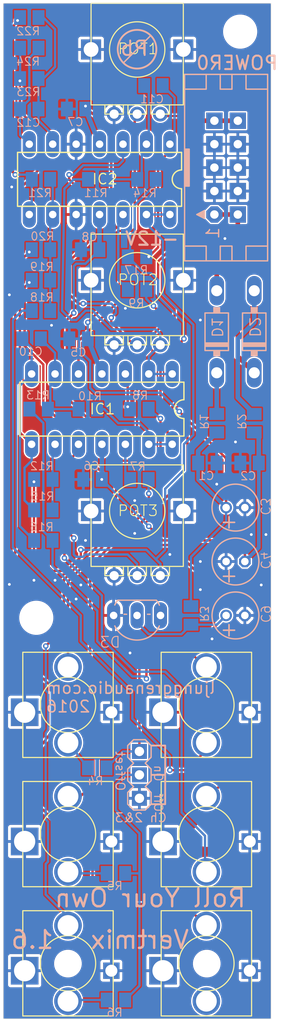
<source format=kicad_pcb>
(kicad_pcb (version 20240108) (generator "pcbnew") (generator_version "8.0")
  (layers (0 "F.Cu" signal) (31 "B.Cu" signal) (34 "B.Paste" user) (35 "F.Paste" user) (36 "B.SilkS" user "B.Silkscreen") (37 "F.SilkS" user "F.Silkscreen") (38 "B.Mask" user) (39 "F.Mask" user) (44 "Edge.Cuts" user))
  (net 0 "")
  (net 1 "N$1")
  (net 2 "N$2")
  (net 3 "+12V")
  (net 4 "-12V")
  (net 5 "0V")
  (net 6 "N$7")
  (net 7 "N$12")
  (net 8 "N$13")
  (net 9 "N$14")
  (net 10 "N$15")
  (net 11 "N$16")
  (net 12 "N$17")
  (net 13 "N$18")
  (net 14 "N$21")
  (net 15 "N$22")
  (net 16 "N$25")
  (net 17 "N$26")
  (net 18 "N$27")
  (net 19 "N$28")
  (net 20 "N$3")
  (net 21 "N$4")
  (net 22 "N$23")
  (net 23 "N$29")
  (net 24 "N$5")
  (net 25 "N$6")
  (net 26 "N$30")
  (net 27 "N$31")
  (net 28 "N$32")
  (net 29 "N$33")
  (net 30 "N$8")
  (net 31 "N$19")
  (net 32 "N$9")
  (net 33 "N$10")
  (net 34 "N$11")
  (net 35 "N$20")
  (net 36 "N$24")
  (net 37 "N$34")
  (net 38 "N$35")
  (net 39 "N$36")
  (footprint "ERTHENVAR" (layer "F.Cu") (at 141.0011 126.0036)
    (property "Reference" "IN1" (hide yes))
    (property "Value" "ERTHENVAR_3.5MM_JACKHOLES" (hide yes))
  )
  (footprint "POT-ALPHA9" (layer "F.Cu") (at 148.5011 105.0036)
    (property "Reference" "POT3")
    (property "Value" "22K")
  )
  (footprint "POT-ALPHA9" (layer "F.Cu") (at 148.5011 80.0036)
    (property "Reference" "POT2")
    (property "Value" "22K")
  )
  (footprint "" (layer "F.Cu") (at 137.5651 116.5696)
    (property "Reference" "@HOLE3" (hide yes))
    (property "Value" "")
  )
  (footprint "ERTHENVAR" (layer "F.Cu") (at 141.0011 154.0036)
    (property "Reference" "IN3" (hide yes))
    (property "Value" "ERTHENVAR_3.5MM_JACKHOLES" (hide yes))
  )
  (footprint "ERTHENVAR" (layer "F.Cu") (at 156.0011 126.0036)
    (property "Reference" "OUT1" (hide yes))
    (property "Value" "ERTHENVAR_3.5MM_JACKHOLES" (hide yes))
  )
  (footprint "" (layer "F.Cu") (at 156.0436 154.0346)
    (property "Reference" "@HOLE0" (hide yes))
    (property "Value" "")
  )
  (footprint "POT-ALPHA9" (layer "F.Cu") (at 148.5011 55.0036)
    (property "Reference" "POT1")
    (property "Value" "22K")
  )
  (footprint "ERTHENVAR" (layer "F.Cu") (at 156.0011 154.0036)
    (property "Reference" "OUT3" (hide yes))
    (property "Value" "ERTHENVAR_3.5MM_JACKHOLES" (hide yes))
  )
  (footprint "" (layer "F.Cu") (at 140.9941 154.0346)
    (property "Reference" "@HOLE1" (hide yes))
    (property "Value" "")
  )
  (footprint "DIL14" (layer "F.Cu") (at 144.4231 69.0716 180)
    (property "Reference" "IC2")
    (property "Value" "TL084")
  )
  (footprint "ERTHENVAR" (layer "F.Cu") (at 141.0011 140.0036)
    (property "Reference" "IN2" (hide yes))
    (property "Value" "ERTHENVAR_3.5MM_JACKHOLES" (hide yes))
  )
  (footprint "ERTHENVAR" (layer "F.Cu") (at 156.0011 140.0036)
    (property "Reference" "OUT2" (hide yes))
    (property "Value" "ERTHENVAR_3.5MM_JACKHOLES" (hide yes))
  )
  (footprint "DIL14" (layer "F.Cu") (at 144.6771 93.9636 180)
    (property "Reference" "IC1")
    (property "Value" "TL084")
  )
  (footprint "" (layer "F.Cu") (at 159.6631 53.0696)
    (property "Reference" "@HOLE2" (hide yes))
    (property "Value" "")
  )
  (footprint "C0805K" (layer "B.Cu") (at 138.0731 69.0716 180)
    (property "Reference" "R21")
    (property "Value" "22K")
  )
  (footprint "C0805K" (layer "B.Cu") (at 138.0731 76.6916)
    (property "Reference" "R20")
    (property "Value" "22K")
  )
  (footprint "C0805K" (layer "B.Cu") (at 148.4871 77.4536 180)
    (property "Reference" "R17")
    (property "Value" "330R")
  )
  (footprint "C0805K" (layer "B.Cu") (at 161.1871 95.4876 -90)
    (property "Reference" "R2")
    (property "Value" "10R")
  )
  (footprint "C0805K" (layer "B.Cu") (at 142.1371 86.3436 180)
    (property "Reference" "C5")
    (property "Value" "100nF")
  )
  (footprint "DO41-7" (layer "B.Cu") (at 157.1231 85.5816 90)
    (property "Reference" "D1")
    (property "Value" "1N5818")
  )
  (footprint "C0805K" (layer "B.Cu") (at 144.1691 69.0716)
    (property "Reference" "R11")
    (property "Value" "22K")
  )
  (footprint "C0805K" (layer "B.Cu") (at 136.8031 58.1496 180)
    (property "Reference" "R23")
    (property "Value" "22K")
  )
  (footprint "C0805K" (layer "B.Cu") (at 150.2651 58.9116 180)
    (property "Reference" "C11")
    (property "Value" "68pF")
  )
  (footprint "C0805K" (layer "B.Cu") (at 138.3271 108.1876)
    (property "Reference" "R16")
    (property "Value" "330R")
  )
  (footprint "C0805K" (layer "B.Cu") (at 136.8031 61.4516 180)
    (property "Reference" "C12")
    (property "Value" "68pF")
  )
  (footprint "E2-5" (layer "B.Cu") (at 159.1551 110.4736)
    (property "Reference" "C4")
    (property "Value" "10uF")
  )
  (footprint "C0805K" (layer "B.Cu") (at 157.1231 95.4876 -90)
    (property "Reference" "R1")
    (property "Value" "10R")
  )
  (footprint "C0805K" (layer "B.Cu") (at 143.1531 93.9636 180)
    (property "Reference" "R10")
    (property "Value" "22K")
  )
  (footprint "C0805K" (layer "B.Cu") (at 138.0731 83.2956)
    (property "Reference" "R18")
    (property "Value" "22K")
  )
  (footprint "DO41-7" (layer "B.Cu") (at 161.1871 85.5816 90)
    (property "Reference" "D2")
    (property "Value" "1N5818")
  )
  (footprint "C0805K" (layer "B.Cu") (at 148.4871 81.0096 180)
    (property "Reference" "R9")
    (property "Value" "22K")
  )
  (footprint "C0805K" (layer "B.Cu") (at 148.7411 101.5836 180)
    (property "Reference" "R7")
    (property "Value" "22K")
  )
  (footprint "C0805K" (layer "B.Cu") (at 149.5031 69.0716)
    (property "Reference" "R14")
    (property "Value" "22K")
  )
  (footprint "C0805K" (layer "B.Cu") (at 137.8191 93.9636 180)
    (property "Reference" "R13")
    (property "Value" "22K")
  )
  (footprint "MA03-1" (layer "B.Cu") (at 148.7411 133.5876 90)
    (property "Reference" "JP1" (hide yes))
    (property "Value" "")
  )
  (footprint "C0805K" (layer "B.Cu") (at 144.1691 132.8256 180)
    (property "Reference" "R4")
    (property "Value" "22K")
  )
  (footprint "C0805K" (layer "B.Cu") (at 154.3291 116.3156 90)
    (property "Reference" "R3")
    (property "Value" "10K")
  )
  (footprint "TO92-LINE" (layer "B.Cu") (at 148.4871 116.3156)
    (property "Reference" "D3")
    (property "Value" "LM4040 5V")
  )
  (footprint "C0805K" (layer "B.Cu") (at 146.2011 144.2556 180)
    (property "Reference" "R5")
    (property "Value" "22K")
  )
  (footprint "C0805K" (layer "B.Cu") (at 160.6791 99.8056)
    (property "Reference" "C2")
    (property "Value" "100nF")
  )
  (footprint "E2-5" (layer "B.Cu") (at 159.1551 116.3156)
    (property "Reference" "C9")
    (property "Value" "10uF")
  )
  (footprint "C0805K" (layer "B.Cu") (at 143.6611 101.5836)
    (property "Reference" "C6")
    (property "Value" "100nF")
  )
  (footprint "C0805K" (layer "B.Cu") (at 146.2011 157.9716 180)
    (property "Reference" "R6")
    (property "Value" "22K")
  )
  (footprint "C0805K" (layer "B.Cu") (at 138.3271 101.5836)
    (property "Reference" "R12")
    (property "Value" "22K")
  )
  (footprint "C0805K" (layer "B.Cu") (at 138.3271 104.8856 180)
    (property "Reference" "R15")
    (property "Value" "22K")
  )
  (footprint "C0805K" (layer "B.Cu") (at 148.7411 93.9636 180)
    (property "Reference" "R8")
    (property "Value" "22K")
  )
  (footprint "C0805K" (layer "B.Cu") (at 137.0571 86.3436)
    (property "Reference" "C10")
    (property "Value" "68pF")
  )
  (footprint "C0805K" (layer "B.Cu") (at 156.1071 99.8056)
    (property "Reference" "C1")
    (property "Value" "100nF")
  )
  (footprint "C0805K" (layer "B.Cu") (at 136.8031 51.5456)
    (property "Reference" "R22")
    (property "Value" "22K")
  )
  (footprint "C0805K" (layer "B.Cu") (at 136.8031 54.8476 180)
    (property "Reference" "R24")
    (property "Value" "330R")
  )
  (footprint "E2-5" (layer "B.Cu") (at 159.1551 104.6316)
    (property "Reference" "C3")
    (property "Value" "10uF")
  )
  (footprint "C0805K" (layer "B.Cu") (at 141.8831 61.4516 180)
    (property "Reference" "C7")
    (property "Value" "100nF")
  )
  (footprint "C0805K" (layer "B.Cu") (at 143.4071 76.6916)
    (property "Reference" "C8")
    (property "Value" "100nF")
  )
  (footprint "CON10L" (layer "B.Cu") (at 158.1391 67.8016 -90)
    (property "Reference" "POWER0")
    (property "Value" "")
  )
  (footprint "C0805K" (layer "B.Cu") (at 138.0731 79.9936)
    (property "Reference" "R19")
    (property "Value" "22K")
  )
  (gr_line (start 151.5351 130.4126) (end 151.5351 133.5876) (stroke (width 0.2)) (layer "B.SilkS"))
  (gr_line (start 150.0746 130.4126) (end 151.5351 130.4126) (stroke (width 0.2)) (layer "B.SilkS"))
  (gr_line (start 151.5351 136.7626) (end 150.0746 136.7626) (stroke (width 0.2)) (layer "B.SilkS"))
  (gr_line (start 149.9476 53.5141) (end 147.0266 56.4351) (stroke (width 0.15)) (layer "B.SilkS"))
  (gr_line (start 151.5351 133.5876) (end 151.5351 136.7626) (stroke (width 0.2)) (layer "B.SilkS"))
  (gr_circle (center 148.4871 54.9746) (end 150.581637 54.9746) (stroke (width 0.2)) (fill none) (layer "B.SilkS"))
  (gr_line (start 150.0746 133.5876) (end 151.5351 133.5876) (stroke (width 0.2)) (layer "B.SilkS"))
  (gr_line (start 134.0011 50.0036) (end 134.0011 160.0036) (stroke (width 0.05)) (layer "Edge.Cuts"))
  (gr_line (start 134.0011 160.0036) (end 163.0011 160.0036) (stroke (width 0.05)) (layer "Edge.Cuts"))
  (gr_line (start 163.0011 50.0036) (end 134.0011 50.0036) (stroke (width 0.05)) (layer "Edge.Cuts"))
  (gr_line (start 163.0011 160.0036) (end 163.0011 50.0036) (stroke (width 0.05)) (layer "Edge.Cuts"))
  (gr_text "Ch 2&3" (at 151.7891 138.7946 0) (layer "B.SilkS") (effects (font (size 0.968 0.968) (thickness 0.132)) (justify left bottom mirror)))
  (gr_text "On" (at 150.2651 134.363113 -90) (layer "B.SilkS") (effects (font (size 0.89408 0.89408) (thickness 0.12192)) (justify left bottom mirror)))
  (gr_text "1.6" (at 139.5971 152.5741 0) (layer "B.SilkS") (effects (font (size 1.922272 1.922272) (thickness 0.262128)) (justify left bottom mirror)))
  (gr_text "ljunggrenaudio.com\n2016" (at 138.5176 126.9201 0) (layer "B.SilkS") (effects (font (size 1.251712 1.251712) (thickness 0.170688)) (justify right bottom mirror)))
  (gr_text "Off" (at 150.2651 137.665113 -90) (layer "B.SilkS") (effects (font (size 0.89408 0.89408) (thickness 0.12192)) (justify left bottom mirror)))
  (gr_text "Roll Your Own" (at 160.4251 148.0656 0) (layer "B.SilkS") (effects (font (size 1.922272 1.922272) (thickness 0.262128)) (justify left bottom mirror)))
  (gr_text "Pb" (at 149.8206 55.8001 0) (layer "B.SilkS") (effects (font (size 1.56464 1.56464) (thickness 0.21336)) (justify left bottom mirror)))
  (gr_text "-12V" (at 153.145662 74.6596 0) (layer "B.SilkS") (effects (font (size 1.441704 1.441704) (thickness 0.234696)) (justify left top mirror)))
  (gr_text "Vertmix" (at 154.2656 152.5741 0) (layer "B.SilkS") (effects (font (size 1.922272 1.922272) (thickness 0.262128)) (justify left bottom mirror)))
  (gr_text "Offset" (at 147.2171 135.409857 -90) (layer "B.SilkS") (effects (font (size 0.968 0.968) (thickness 0.132)) (justify left top mirror)))
  (segment (start 154.5831 73.8976) (end 157.1231 76.4376) (width 0.5) (layer "F.Cu") (net 1))
  (segment (start 154.5831 63.7376) (end 154.5831 73.8976) (width 0.5) (layer "F.Cu") (net 1))
  (segment (start 159.4091 62.7216) (end 156.8691 62.7216) (width 0.5) (layer "F.Cu") (net 1))
  (segment (start 155.5991 62.7216) (end 154.5831 63.7376) (width 0.5) (layer "F.Cu") (net 1))
  (segment (start 156.8691 62.7216) (end 155.5991 62.7216) (width 0.5) (layer "F.Cu") (net 1))
  (segment (start 157.1231 76.4376) (end 157.1231 81.1366) (width 0.5) (layer "F.Cu") (net 1))
  (segment (start 156.8691 72.8816) (end 159.4091 72.8816) (width 0.5) (layer "F.Cu") (net 2))
  (segment (start 159.4091 72.8816) (end 159.4091 88.2486) (width 0.5) (layer "F.Cu") (net 2))
  (segment (start 159.4091 88.2486) (end 161.1871 90.0266) (width 0.5) (layer "F.Cu") (net 2))
  (segment (start 158.1391 99.2976) (end 153.0591 94.2176) (width 0.254) (layer "F.Cu") (net 3))
  (segment (start 145.6931 63.9916) (end 142.8991 61.1976) (width 0.254) (layer "F.Cu") (net 3))
  (segment (start 158.1391 104.6316) (end 158.1391 99.2976) (width 0.254) (layer "F.Cu") (net 3))
  (segment (start 145.6931 82.0256) (end 145.6931 63.9916) (width 0.254) (layer "F.Cu") (net 3))
  (segment (start 143.1531 84.5656) (end 145.6931 82.0256) (width 0.254) (layer "F.Cu") (net 3))
  (segment (start 142.8991 61.1976) (end 142.8991 61.1341) (width 0.254) (layer "F.Cu") (net 3))
  (via (at 143.1531 84.5656) (size 0.6048) (drill 0.3) (layers "F.Cu" "B.Cu") (net 3))
  (via (at 153.0591 94.2176) (size 0.6048) (drill 0.3) (layers "F.Cu" "B.Cu") (net 3))
  (via (at 142.8991 61.1341) (size 0.6048) (drill 0.3) (layers "F.Cu" "B.Cu") (net 3))
  (segment (start 155.1071 99.8056) (end 155.1071 101.5996) (width 0.4) (layer "B.Cu") (net 3))
  (segment (start 143.4071 91.6776) (end 143.4071 88.7566) (width 0.254) (layer "B.Cu") (net 3))
  (segment (start 143.1371 84.5816) (end 143.1531 84.5656) (width 0.254) (layer "B.Cu") (net 3))
  (segment (start 142.8831 61.4516) (end 144.4231 65.2616) (width 0.5) (layer "B.Cu") (net 3))
  (segment (start 155.1071 98.5036) (end 155.1071 99.8056) (width 0.5) (layer "B.Cu") (net 3))
  (segment (start 143.1371 86.3436) (end 143.1371 84.5816) (width 0.254) (layer "B.Cu") (net 3))
  (segment (start 154.3291 115.3156) (end 154.3291 109.9656) (width 0.254) (layer "B.Cu") (net 3))
  (segment (start 142.8831 61.2136) (end 142.8831 61.4516) (width 0.254) (layer "B.Cu") (net 3))
  (segment (start 153.0591 94.2176) (end 151.0271 92.1856) (width 0.254) (layer "B.Cu") (net 3))
  (segment (start 142.6451 86.8356) (end 143.1371 86.3436) (width 0.254) (layer "B.Cu") (net 3))
  (segment (start 157.1231 96.4876) (end 155.1071 98.5036) (width 0.5) (layer "B.Cu") (net 3))
  (segment (start 142.8991 61.1341) (end 142.8831 61.2136) (width 0.254) (layer "B.Cu") (net 3))
  (segment (start 142.6451 87.9946) (end 142.6451 86.8356) (width 0.254) (layer "B.Cu") (net 3))
  (segment (start 143.4071 88.7566) (end 142.6451 87.9946) (width 0.254) (layer "B.Cu") (net 3))
  (segment (start 158.1391 106.1556) (end 158.1391 104.6316) (width 0.254) (layer "B.Cu") (net 3))
  (segment (start 143.9151 92.1856) (end 143.4071 91.6776) (width 0.254) (layer "B.Cu") (net 3))
  (segment (start 154.3291 109.9656) (end 158.1391 106.1556) (width 0.254) (layer "B.Cu") (net 3))
  (segment (start 155.1071 101.5996) (end 158.1391 104.6316) (width 0.4) (layer "B.Cu") (net 3))
  (segment (start 151.0271 92.1856) (end 143.9151 92.1856) (width 0.254) (layer "B.Cu") (net 3))
  (segment (start 143.1371 86.3436) (end 144.6771 90.1536) (width 0.5) (layer "B.Cu") (net 3))
  (segment (start 151.2811 108.1876) (end 149.7571 106.6636) (width 0.254) (layer "F.Cu") (net 4))
  (segment (start 160.1711 109.4576) (end 158.9011 108.1876) (width 0.254) (layer "F.Cu") (net 4))
  (segment (start 141.6291 83.5496) (end 140.8671 84.3116) (width 0.254) (layer "F.Cu") (net 4))
  (segment (start 158.9011 108.1876) (end 151.2811 108.1876) (width 0.254) (layer "F.Cu") (net 4))
  (segment (start 143.4071 99.5516) (end 144.6611 100.8056) (width 0.254) (layer "F.Cu") (net 4))
  (segment (start 160.1711 110.4736) (end 160.1711 109.4576) (width 0.254) (layer "F.Cu") (net 4))
  (segment (start 143.4071 95.2336) (end 143.4071 99.5516) (width 0.254) (layer "F.Cu") (net 4))
  (segment (start 140.8671 92.6936) (end 143.4071 95.2336) (width 0.254) (layer "F.Cu") (net 4))
  (segment (start 144.6611 100.8056) (end 144.6611 101.5836) (width 0.254) (layer "F.Cu") (net 4))
  (segment (start 140.8671 84.3116) (end 140.8671 92.6936) (width 0.254) (layer "F.Cu") (net 4))
  (via (at 144.6611 101.5836) (size 0.6048) (drill 0.3) (layers "F.Cu" "B.Cu") (net 4))
  (via (at 149.7571 106.6636) (size 0.6048) (drill 0.3) (layers "F.Cu" "B.Cu") (net 4))
  (via (at 141.6291 83.5496) (size 0.6048) (drill 0.3) (layers "F.Cu" "B.Cu") (net 4))
  (segment (start 161.6791 96.9796) (end 161.6791 99.8056) (width 0.5) (layer "B.Cu") (net 4))
  (segment (start 144.4071 76.6916) (end 142.8831 78.2156) (width 0.254) (layer "B.Cu") (net 4))
  (segment (start 161.6791 99.8056) (end 161.6791 108.9656) (width 0.4) (layer "B.Cu") (net 4))
  (segment (start 161.6791 108.9656) (end 160.1711 110.4736) (width 0.4) (layer "B.Cu") (net 4))
  (segment (start 145.0581 101.9646) (end 144.6771 101.5836) (width 0.254) (layer "B.Cu") (net 4))
  (segment (start 144.6771 101.5836) (end 144.6611 101.5836) (width 0.254) (layer "B.Cu") (net 4))
  (segment (start 144.6611 101.5836) (end 145.0421 101.9646) (width 0.254) (layer "B.Cu") (net 4))
  (segment (start 141.8831 78.2156) (end 141.6291 78.4696) (width 0.254) (layer "B.Cu") (net 4))
  (segment (start 142.8831 78.2156) (end 141.8831 78.2156) (width 0.254) (layer "B.Cu") (net 4))
  (segment (start 161.1871 96.4876) (end 161.6791 96.9796) (width 0.5) (layer "B.Cu") (net 4))
  (segment (start 145.0421 101.9646) (end 145.0581 101.9646) (width 0.254) (layer "B.Cu") (net 4))
  (segment (start 144.4071 76.6916) (end 144.4231 72.8816) (width 0.5) (layer "B.Cu") (net 4))
  (segment (start 149.7571 106.6636) (end 145.0581 101.9646) (width 0.254) (layer "B.Cu") (net 4))
  (segment (start 141.6291 78.4696) (end 141.6291 83.5496) (width 0.254) (layer "B.Cu") (net 4))
  (segment (start 144.6611 101.5836) (end 144.6771 97.7736) (width 0.5) (layer "B.Cu") (net 4))
  (via (at 142.3911 113.0136) (size 0.6048) (drill 0.3) (layers "F.Cu" "B.Cu") (net 5))
  (via (at 148.2331 103.8696) (size 0.6048) (drill 0.3) (layers "F.Cu" "B.Cu") (net 5))
  (via (at 139.2161 84.8831) (size 0.6048) (drill 0.3) (layers "F.Cu" "B.Cu") (net 5))
  (via (at 134.6441 112.9501) (size 0.6048) (drill 0.3) (layers "F.Cu" "B.Cu") (net 5))
  (via (at 139.5971 112.5056) (size 0.6048) (drill 0.3) (layers "F.Cu" "B.Cu") (net 5))
  (via (at 155.3451 84.3116) (size 0.6048) (drill 0.3) (layers "F.Cu" "B.Cu") (net 5))
  (via (at 157.1231 102.0916) (size 0.6048) (drill 0.3) (layers "F.Cu" "B.Cu") (net 5))
  (via (at 147.2171 83.0416) (size 0.6048) (drill 0.3) (layers "F.Cu" "B.Cu") (net 5))
  (via (at 137.3111 112.5056) (size 0.6048) (drill 0.3) (layers "F.Cu" "B.Cu") (net 5))
  (via (at 160.8696 107.5526) (size 0.6048) (drill 0.3) (layers "F.Cu" "B.Cu") (net 5))
  (via (at 155.3451 110.4736) (size 0.6048) (drill 0.3) (layers "F.Cu" "B.Cu") (net 5))
  (via (at 147.7251 120.3796) (size 0.6048) (drill 0.3) (layers "F.Cu" "B.Cu") (net 5))
  (via (at 162.4571 107.5526) (size 0.6048) (drill 0.3) (layers "F.Cu" "B.Cu") (net 5))
  (via (at 155.3451 113.5216) (size 0.6048) (drill 0.3) (layers "F.Cu" "B.Cu") (net 5))
  (via (at 159.1551 97.5196) (size 0.6048) (drill 0.3) (layers "F.Cu" "B.Cu") (net 5))
  (via (at 156.6151 118.8556) (size 0.6048) (drill 0.3) (layers "F.Cu" "B.Cu") (net 5))
  (via (at 158.0121 75.4851) (size 0.6048) (drill 0.3) (layers "F.Cu" "B.Cu") (net 5))
  (via (at 134.8981 69.8971) (size 0.6048) (drill 0.3) (layers "F.Cu" "B.Cu") (net 5))
  (via (at 142.8991 108.1876) (size 0.6048) (drill 0.3) (layers "F.Cu" "B.Cu") (net 5))
  (via (at 148.2331 107.4256) (size 0.6048) (drill 0.3) (layers "F.Cu" "B.Cu") (net 5))
  (via (at 141.8831 114.5376) (size 0.6048) (drill 0.3) (layers "F.Cu" "B.Cu") (net 5))
  (via (at 161.9491 113.0136) (size 0.6048) (drill 0.3) (layers "F.Cu" "B.Cu") (net 5))
  (via (at 152.0431 109.7116) (size 0.6048) (drill 0.3) (layers "F.Cu" "B.Cu") (net 5))
  (via (at 134.6441 81.5811) (size 0.6048) (drill 0.3) (layers "F.Cu" "B.Cu") (net 5))
  (segment (start 148.7411 120.8876) (end 150.2651 119.3636) (width 0.254) (layer "F.Cu") (net 6))
  (segment (start 148.7411 131.0476) (end 148.7411 120.8876) (width 0.254) (layer "F.Cu") (net 6))
  (segment (start 150.2651 119.3636) (end 155.0911 119.3636) (width 0.254) (layer "F.Cu") (net 6))
  (segment (start 155.0911 119.3636) (end 158.1391 116.3156) (width 0.254) (layer "F.Cu") (net 6))
  (segment (start 148.4871 117.0776) (end 149.7571 118.3476) (width 0.254) (layer "B.Cu") (net 6))
  (segment (start 145.1691 132.8256) (end 146.9471 131.0476) (width 0.254) (layer "B.Cu") (net 6))
  (segment (start 149.7571 118.3476) (end 153.2971 118.3476) (width 0.254) (layer "B.Cu") (net 6))
  (segment (start 148.4871 116.3156) (end 148.4871 117.0776) (width 0.254) (layer "B.Cu") (net 6))
  (segment (start 154.3291 117.3156) (end 157.1391 117.3156) (width 0.254) (layer "B.Cu") (net 6))
  (segment (start 146.9471 131.0476) (end 148.7411 131.0476) (width 0.254) (layer "B.Cu") (net 6))
  (segment (start 153.2971 118.3476) (end 154.3291 117.3156) (width 0.254) (layer "B.Cu") (net 6))
  (segment (start 157.1391 117.3156) (end 158.1391 116.3156) (width 0.254) (layer "B.Cu") (net 6))
  (segment (start 150.7731 81.3906) (end 152.5511 83.1686) (width 0.254) (layer "F.Cu") (net 7))
  (segment (start 153.3131 62.5311) (end 153.3131 75.4216) (width 0.254) (layer "F.Cu") (net 7))
  (segment (start 151.2111 62.2136) (end 152.9956 62.2136) (width 0.254) (layer "F.Cu") (net 7))
  (segment (start 152.5511 87.3596) (end 151.0271 88.8836) (width 0.254) (layer "F.Cu") (net 7))
  (segment (start 150.7731 77.9616) (end 150.7731 81.3906) (width 0.254) (layer "F.Cu") (net 7))
  (segment (start 151.0271 88.8836) (end 151.0271 93.7096) (width 0.254) (layer "F.Cu") (net 7))
  (segment (start 151.7891 94.4716) (end 151.7891 97.2656) (width 0.254) (layer "F.Cu") (net 7))
  (segment (start 151.0011 62.0036) (end 151.2111 62.2136) (width 0.254) (layer "F.Cu") (net 7))
  (segment (start 151.7891 97.2656) (end 152.2971 97.7736) (width 0.254) (layer "F.Cu") (net 7))
  (segment (start 152.5511 83.1686) (end 152.5511 87.3596) (width 0.254) (layer "F.Cu") (net 7))
  (segment (start 152.9956 62.2136) (end 153.3131 62.5311) (width 0.254) (layer "F.Cu") (net 7))
  (segment (start 153.3131 75.4216) (end 150.7731 77.9616) (width 0.254) (layer "F.Cu") (net 7))
  (segment (start 151.0271 93.7096) (end 151.7891 94.4716) (width 0.254) (layer "F.Cu") (net 7))
  (segment (start 146.4551 95.4876) (end 148.7411 95.4876) (width 0.254) (layer "B.Cu") (net 7))
  (segment (start 149.7571 96.5036) (end 149.7571 97.7736) (width 0.254) (layer "B.Cu") (net 7))
  (segment (start 144.1531 93.9636) (end 144.9311 93.9636) (width 0.254) (layer "B.Cu") (net 7))
  (segment (start 148.7411 95.4876) (end 149.7571 96.5036) (width 0.254) (layer "B.Cu") (net 7))
  (segment (start 144.9311 93.9636) (end 146.4551 95.4876) (width 0.254) (layer "B.Cu") (net 7))
  (segment (start 152.2971 97.7736) (end 149.7571 97.7736) (width 0.254) (layer "B.Cu") (net 7))
  (segment (start 149.7571 88.2476) (end 151.0011 87.0036) (width 0.254) (layer "B.Cu") (net 8))
  (segment (start 140.3591 83.2956) (end 140.6131 70.0876) (width 0.254) (layer "B.Cu") (net 8))
  (segment (start 150.5191 85.3276) (end 145.6931 85.3276) (width 0.254) (layer "B.Cu") (net 8))
  (segment (start 142.8991 83.2956) (end 141.8831 84.3116) (width 0.254) (layer "B.Cu") (net 8))
  (segment (start 141.6291 69.0716) (end 143.1691 69.0716) (width 0.254) (layer "B.Cu") (net 8))
  (segment (start 151.0011 85.8096) (end 150.5191 85.3276) (width 0.254) (layer "B.Cu") (net 8))
  (segment (start 149.7571 90.1536) (end 149.7571 88.2476) (width 0.254) (layer "B.Cu") (net 8))
  (segment (start 143.6611 83.2956) (end 142.8991 83.2956) (width 0.254) (layer "B.Cu") (net 8))
  (segment (start 145.6931 85.3276) (end 143.6611 83.2956) (width 0.254) (layer "B.Cu") (net 8))
  (segment (start 152.2971 90.1536) (end 149.7571 90.1536) (width 0.254) (layer "B.Cu") (net 8))
  (segment (start 140.6131 70.0876) (end 141.6291 69.0716) (width 0.254) (layer "B.Cu") (net 8))
  (segment (start 151.0011 87.0036) (end 151.0011 85.8096) (width 0.254) (layer "B.Cu") (net 8))
  (segment (start 141.8831 84.3116) (end 141.3751 84.3116) (width 0.254) (layer "B.Cu") (net 8))
  (segment (start 141.3751 84.3116) (end 140.3591 83.2956) (width 0.254) (layer "B.Cu") (net 8))
  (segment (start 137.3111 101.8376) (end 137.3111 109.4576) (width 0.254) (layer "F.Cu") (net 9))
  (segment (start 140.8671 111.4896) (end 142.3911 109.9656) (width 0.254) (layer "F.Cu") (net 9))
  (segment (start 137.3111 109.4576) (end 139.3431 111.4896) (width 0.254) (layer "F.Cu") (net 9))
  (segment (start 142.3911 109.9656) (end 142.3911 109.2036) (width 0.254) (layer "F.Cu") (net 9))
  (segment (start 139.3431 111.4896) (end 140.8671 111.4896) (width 0.254) (layer "F.Cu") (net 9))
  (via (at 142.3911 109.2036) (size 0.6048) (drill 0.3) (layers "F.Cu" "B.Cu") (net 9))
  (via (at 137.3111 101.8376) (size 0.6048) (drill 0.3) (layers "F.Cu" "B.Cu") (net 9))
  (segment (start 151.2811 75.6756) (end 151.2811 81.5176) (width 0.254) (layer "B.Cu") (net 9))
  (segment (start 150.5191 110.2196) (end 151.0271 110.7276) (width 0.254) (layer "B.Cu") (net 9))
  (segment (start 151.2811 81.5176) (end 154.5831 84.8196) (width 0.254) (layer "B.Cu") (net 9))
  (segment (start 149.5031 73.8976) (end 151.2811 75.6756) (width 0.254) (layer "B.Cu") (net 9))
  (segment (start 149.5031 72.8816) (end 149.5031 73.8976) (width 0.254) (layer "B.Cu") (net 9))
  (segment (start 151.0271 111.9776) (end 151.0011 112.0036) (width 0.254) (layer "B.Cu") (net 9))
  (segment (start 151.0271 110.7276) (end 151.0271 111.9776) (width 0.254) (layer "B.Cu") (net 9))
  (segment (start 154.5831 84.8196) (end 154.5831 96.7576) (width 0.254) (layer "B.Cu") (net 9))
  (segment (start 137.3271 101.5836) (end 137.3271 101.8216) (width 0.254) (layer "B.Cu") (net 9))
  (segment (start 154.5831 96.7576) (end 153.5671 97.7736) (width 0.254) (layer "B.Cu") (net 9))
  (segment (start 142.3911 109.2036) (end 149.5031 109.2036) (width 0.254) (layer "B.Cu") (net 9))
  (segment (start 153.5671 97.7736) (end 153.5671 100.5676) (width 0.254) (layer "B.Cu") (net 9))
  (segment (start 152.0431 72.8816) (end 149.5031 72.8816) (width 0.254) (layer "B.Cu") (net 9))
  (segment (start 149.5031 109.2036) (end 150.5191 110.2196) (width 0.254) (layer "B.Cu") (net 9))
  (segment (start 151.5351 109.2036) (end 150.5191 110.2196) (width 0.254) (layer "B.Cu") (net 9))
  (segment (start 151.5351 102.5996) (end 151.5351 109.2036) (width 0.254) (layer "B.Cu") (net 9))
  (segment (start 137.3271 101.8216) (end 137.3111 101.8376) (width 0.254) (layer "B.Cu") (net 9))
  (segment (start 153.5671 100.5676) (end 151.5351 102.5996) (width 0.254) (layer "B.Cu") (net 9))
  (segment (start 139.0891 90.6616) (end 139.0891 93.4556) (width 0.254) (layer "B.Cu") (net 10))
  (segment (start 139.5971 87.8836) (end 139.5971 90.1536) (width 0.254) (layer "B.Cu") (net 10))
  (segment (start 138.8191 93.9636) (end 142.1531 93.9636) (width 0.254) (layer "B.Cu") (net 10))
  (segment (start 139.5971 90.1536) (end 139.0891 90.6616) (width 0.254) (layer "B.Cu") (net 10))
  (segment (start 138.0571 86.3436) (end 139.5971 87.8836) (width 0.254) (layer "B.Cu") (net 10))
  (segment (start 139.0891 93.4556) (end 138.8191 93.7256) (width 0.254) (layer "B.Cu") (net 10))
  (segment (start 138.8191 93.7256) (end 138.8191 93.9636) (width 0.254) (layer "B.Cu") (net 10))
  (segment (start 142.1371 86.5976) (end 142.1371 90.1536) (width 0.254) (layer "F.Cu") (net 11))
  (segment (start 146.4551 74.6596) (end 146.2011 74.9136) (width 0.254) (layer "F.Cu") (net 11))
  (segment (start 148.5011 62.0036) (end 148.2331 62.2716) (width 0.254) (layer "F.Cu") (net 11))
  (segment (start 146.2011 74.9136) (end 146.2011 82.5336) (width 0.254) (layer "F.Cu") (net 11))
  (segment (start 148.2331 74.4056) (end 147.9791 74.6596) (width 0.254) (layer "F.Cu") (net 11))
  (segment (start 147.9791 74.6596) (end 146.4551 74.6596) (width 0.254) (layer "F.Cu") (net 11))
  (segment (start 142.1371 86.5976) (end 146.2011 82.5336) (width 0.254) (layer "F.Cu") (net 11))
  (segment (start 148.2331 62.2716) (end 148.2331 74.4056) (width 0.254) (layer "F.Cu") (net 11))
  (segment (start 141.1211 81.5176) (end 142.1371 82.5336) (width 0.254) (layer "F.Cu") (net 12))
  (segment (start 141.1211 68.5636) (end 141.1211 69.0716) (width 0.254) (layer "F.Cu") (net 12))
  (segment (start 143.1531 75.9296) (end 141.1211 77.9616) (width 0.254) (layer "F.Cu") (net 12))
  (segment (start 141.1211 77.9616) (end 141.1211 81.5176) (width 0.254) (layer "F.Cu") (net 12))
  (segment (start 147.9791 86.8516) (end 148.3491 86.8516) (width 0.254) (layer "F.Cu") (net 12))
  (segment (start 145.6931 84.5656) (end 147.9791 86.8516) (width 0.254) (layer "F.Cu") (net 12))
  (segment (start 142.1371 82.5336) (end 142.6451 82.5336) (width 0.254) (layer "F.Cu") (net 12))
  (segment (start 148.3491 86.8516) (end 148.5011 87.0036) (width 0.254) (layer "F.Cu") (net 12))
  (segment (start 143.1531 71.1036) (end 143.1531 75.9296) (width 0.254) (layer "F.Cu") (net 12))
  (segment (start 145.6931 84.0576) (end 145.6931 84.5656) (width 0.254) (layer "F.Cu") (net 12))
  (segment (start 141.1211 69.0716) (end 143.1531 71.1036) (width 0.254) (layer "F.Cu") (net 12))
  (via (at 141.1211 68.5636) (size 0.6048) (drill 0.3) (layers "F.Cu" "B.Cu") (net 12))
  (via (at 142.6451 82.5336) (size 0.6048) (drill 0.3) (layers "F.Cu" "B.Cu") (net 12))
  (via (at 145.6931 84.0576) (size 0.6048) (drill 0.3) (layers "F.Cu" "B.Cu") (net 12))
  (segment (start 146.9631 67.0396) (end 146.4551 67.5476) (width 0.254) (layer "B.Cu") (net 12))
  (segment (start 146.2011 83.0416) (end 146.2011 83.5496) (width 0.254) (layer "B.Cu") (net 12))
  (segment (start 141.6291 68.5636) (end 141.1211 68.5636) (width 0.254) (layer "B.Cu") (net 12))
  (segment (start 142.6451 67.5476) (end 141.6291 68.5636) (width 0.254) (layer "B.Cu") (net 12))
  (segment (start 146.2011 83.5496) (end 145.6931 84.0576) (width 0.254) (layer "B.Cu") (net 12))
  (segment (start 142.6451 82.5336) (end 145.6931 82.5336) (width 0.254) (layer "B.Cu") (net 12))
  (segment (start 146.4551 67.5476) (end 142.6451 67.5476) (width 0.254) (layer "B.Cu") (net 12))
  (segment (start 146.9631 65.2616) (end 146.9631 67.0396) (width 0.254) (layer "B.Cu") (net 12))
  (segment (start 145.6931 82.5336) (end 146.2011 83.0416) (width 0.254) (layer "B.Cu") (net 12))
  (segment (start 141.3116 99.4881) (end 142.1371 98.1546) (width 0.254) (layer "F.Cu") (net 13))
  (segment (start 141.6291 107.9336) (end 141.3116 107.6161) (width 0.254) (layer "F.Cu") (net 13))
  (segment (start 141.3116 107.6161) (end 141.3116 99.4881) (width 0.254) (layer "F.Cu") (net 13))
  (segment (start 142.1371 98.1546) (end 142.1371 97.7736) (width 0.254) (layer "F.Cu") (net 13))
  (via (at 141.6291 107.9336) (size 0.6048) (drill 0.3) (layers "F.Cu" "B.Cu") (net 13))
  (segment (start 141.8831 109.9656) (end 141.6291 109.7116) (width 0.254) (layer "B.Cu") (net 13))
  (segment (start 147.4711 109.7116) (end 142.8991 109.7116) (width 0.254) (layer "B.Cu") (net 13))
  (segment (start 148.4871 111.9896) (end 148.4871 110.7276) (width 0.254) (layer "B.Cu") (net 13))
  (segment (start 141.6291 109.7116) (end 141.6291 107.9336) (width 0.254) (layer "B.Cu") (net 13))
  (segment (start 142.8991 109.7116) (end 142.6451 109.9656) (width 0.254) (layer "B.Cu") (net 13))
  (segment (start 148.4871 110.7276) (end 147.4711 109.7116) (width 0.254) (layer "B.Cu") (net 13))
  (segment (start 142.6451 109.9656) (end 141.8831 109.9656) (width 0.254) (layer "B.Cu") (net 13))
  (segment (start 148.5011 112.0036) (end 148.4871 111.9896) (width 0.254) (layer "B.Cu") (net 13))
  (segment (start 149.5031 64.4996) (end 149.5031 65.2616) (width 0.254) (layer "B.Cu") (net 14))
  (segment (start 148.9951 68.5636) (end 148.5031 69.0556) (width 0.254) (layer "B.Cu") (net 14))
  (segment (start 149.7571 64.2456) (end 149.5031 64.4996) (width 0.254) (layer "B.Cu") (net 14))
  (segment (start 148.5031 69.0556) (end 148.5031 69.0716) (width 0.254) (layer "B.Cu") (net 14))
  (segment (start 148.9951 65.7696) (end 148.9951 68.5636) (width 0.254) (layer "B.Cu") (net 14))
  (segment (start 149.2651 58.9116) (end 149.7571 59.4036) (width 0.254) (layer "B.Cu") (net 14))
  (segment (start 148.5031 69.0556) (end 148.4871 69.0716) (width 0.254) (layer "B.Cu") (net 14))
  (segment (start 148.4871 69.0716) (end 145.1691 69.0716) (width 0.254) (layer "B.Cu") (net 14))
  (segment (start 149.5031 65.2616) (end 148.9951 65.7696) (width 0.254) (layer "B.Cu") (net 14))
  (segment (start 149.7571 59.4036) (end 149.7571 64.2456) (width 0.254) (layer "B.Cu") (net 14))
  (segment (start 139.3271 104.8856) (end 139.3271 101.5836) (width 0.254) (layer "B.Cu") (net 15))
  (segment (start 139.3271 101.5836) (end 139.3271 98.0436) (width 0.254) (layer "B.Cu") (net 15))
  (segment (start 139.3271 98.0436) (end 139.5971 97.7736) (width 0.254) (layer "B.Cu") (net 15))
  (segment (start 135.7871 96.5036) (end 137.0571 97.7736) (width 0.254) (layer "F.Cu") (net 16))
  (segment (start 136.8031 76.9456) (end 135.7871 77.9616) (width 0.254) (layer "F.Cu") (net 16))
  (segment (start 135.7871 77.9616) (end 135.7871 96.5036) (width 0.254) (layer "F.Cu") (net 16))
  (via (at 136.8031 76.9456) (size 0.6048) (drill 0.3) (layers "F.Cu" "B.Cu") (net 16))
  (segment (start 137.0571 76.6916) (end 136.8031 76.9456) (width 0.254) (layer "B.Cu") (net 16))
  (segment (start 136.2951 103.8536) (end 136.2951 100.3136) (width 0.254) (layer "B.Cu") (net 16))
  (segment (start 137.0571 99.5516) (end 137.0571 97.7736) (width 0.254) (layer "B.Cu") (net 16))
  (segment (start 137.3271 104.8856) (end 136.2951 103.8536) (width 0.254) (layer "B.Cu") (net 16))
  (segment (start 136.2951 100.3136) (end 137.0571 99.5516) (width 0.254) (layer "B.Cu") (net 16))
  (segment (start 137.0731 76.6916) (end 137.0571 76.6916) (width 0.254) (layer "B.Cu") (net 16))
  (segment (start 152.0431 133.0796) (end 153.8211 133.0796) (width 0.254) (layer "F.Cu") (net 17))
  (segment (start 156.1071 130.7936) (end 156.1071 130.4256) (width 0.254) (layer "F.Cu") (net 17))
  (segment (start 153.8211 133.0796) (end 156.1071 130.7936) (width 0.254) (layer "F.Cu") (net 17))
  (segment (start 156.1071 130.4256) (end 156.0011 130.1036) (width 0.254) (layer "F.Cu") (net 17))
  (via (at 152.0431 133.0796) (size 0.6048) (drill 0.3) (layers "F.Cu" "B.Cu") (net 17))
  (segment (start 142.3911 116.3156) (end 142.3911 119.1096) (width 0.254) (layer "B.Cu") (net 17))
  (segment (start 135.0251 108.9496) (end 142.3911 116.3156) (width 0.254) (layer "B.Cu") (net 17))
  (segment (start 152.0431 131.5556) (end 152.0431 133.0796) (width 0.254) (layer "B.Cu") (net 17))
  (segment (start 137.0731 83.2956) (end 136.0411 83.2956) (width 0.254) (layer "B.Cu") (net 17))
  (segment (start 135.0251 84.3116) (end 135.0251 108.9496) (width 0.254) (layer "B.Cu") (net 17))
  (segment (start 136.0411 83.2956) (end 135.0251 84.3116) (width 0.254) (layer "B.Cu") (net 17))
  (segment (start 147.9791 127.4916) (end 152.0431 131.5556) (width 0.254) (layer "B.Cu") (net 17))
  (segment (start 147.9791 124.6976) (end 147.9791 127.4916) (width 0.254) (layer "B.Cu") (net 17))
  (segment (start 142.3911 119.1096) (end 147.9791 124.6976) (width 0.254) (layer "B.Cu") (net 17))
  (segment (start 138.3271 89.1376) (end 138.3271 93.4556) (width 0.254) (layer "F.Cu") (net 18))
  (segment (start 136.2951 87.1056) (end 138.3271 89.1376) (width 0.254) (layer "F.Cu") (net 18))
  (segment (start 136.2951 80.7556) (end 136.2951 87.1056) (width 0.254) (layer "F.Cu") (net 18))
  (segment (start 136.8031 80.2476) (end 136.2951 80.7556) (width 0.254) (layer "F.Cu") (net 18))
  (segment (start 140.8671 95.9956) (end 140.8671 98.7896) (width 0.254) (layer "F.Cu") (net 18))
  (segment (start 140.6131 99.2976) (end 140.6131 110.0926) (width 0.254) (layer "F.Cu") (net 18))
  (segment (start 138.3271 93.4556) (end 140.8671 95.9956) (width 0.254) (layer "F.Cu") (net 18))
  (segment (start 140.8671 98.7896) (end 140.6131 99.2976) (width 0.254) (layer "F.Cu") (net 18))
  (via (at 136.8031 80.2476) (size 0.6048) (drill 0.3) (layers "F.Cu" "B.Cu") (net 18))
  (via (at 140.6131 110.0926) (size 0.6048) (drill 0.3) (layers "F.Cu" "B.Cu") (net 18))
  (segment (start 140.6131 110.0926) (end 144.6771 114.1566) (width 0.254) (layer "B.Cu") (net 18))
  (segment (start 148.2331 122.4116) (end 151.5351 122.4116) (width 0.254) (layer "B.Cu") (net 18))
  (segment (start 155.8531 140.1916) (end 155.8531 143.9556) (width 0.254) (layer "B.Cu") (net 18))
  (segment (start 151.5351 122.4116) (end 153.3131 124.1896) (width 0.254) (layer "B.Cu") (net 18))
  (segment (start 144.6771 114.1566) (end 144.6771 118.8556) (width 0.254) (layer "B.Cu") (net 18))
  (segment (start 137.0731 79.9936) (end 137.0571 79.9936) (width 0.254) (layer "B.Cu") (net 18))
  (segment (start 153.3131 137.6516) (end 155.8531 140.1916) (width 0.254) (layer "B.Cu") (net 18))
  (segment (start 153.3131 124.1896) (end 153.3131 137.6516) (width 0.254) (layer "B.Cu") (net 18))
  (segment (start 155.8531 143.9556) (end 156.0011 144.1036) (width 0.254) (layer "B.Cu") (net 18))
  (segment (start 137.0571 79.9936) (end 136.8031 80.2476) (width 0.254) (layer "B.Cu") (net 18))
  (segment (start 144.6771 118.8556) (end 148.2331 122.4116) (width 0.254) (layer "B.Cu") (net 18))
  (segment (start 139.0731 73.1516) (end 139.3431 72.8816) (width 0.254) (layer "B.Cu") (net 19))
  (segment (start 139.0731 76.6916) (end 139.0731 73.1516) (width 0.254) (layer "B.Cu") (net 19))
  (segment (start 139.0731 83.2956) (end 139.0731 79.9936) (width 0.254) (layer "B.Cu") (net 19))
  (segment (start 139.3431 72.8816) (end 139.3431 69.3416) (width 0.254) (layer "B.Cu") (net 19))
  (segment (start 139.0731 79.9936) (end 139.0731 76.6916) (width 0.254) (layer "B.Cu") (net 19))
  (segment (start 139.3431 69.3416) (end 139.0731 69.0716) (width 0.254) (layer "B.Cu") (net 19))
  (segment (start 135.0251 68.3096) (end 135.0251 52.5616) (width 0.254) (layer "F.Cu") (net 20))
  (segment (start 135.0251 52.5616) (end 135.5331 51.8631) (width 0.254) (layer "F.Cu") (net 20))
  (segment (start 135.2791 68.5636) (end 135.0251 68.3096) (width 0.254) (layer "F.Cu") (net 20))
  (via (at 135.2791 68.5636) (size 0.6048) (drill 0.3) (layers "F.Cu" "B.Cu") (net 20))
  (via (at 135.5331 51.8631) (size 0.6048) (drill 0.3) (layers "F.Cu" "B.Cu") (net 20))
  (segment (start 137.0731 69.0716) (end 136.5651 68.5636) (width 0.254) (layer "B.Cu") (net 20))
  (segment (start 135.8031 51.7836) (end 135.8031 51.5456) (width 0.254) (layer "B.Cu") (net 20))
  (segment (start 137.0731 69.0716) (end 137.0731 72.6116) (width 0.254) (layer "B.Cu") (net 20))
  (segment (start 136.5651 68.5636) (end 135.2791 68.5636) (width 0.254) (layer "B.Cu") (net 20))
  (segment (start 135.5331 51.8156) (end 135.8031 51.5456) (width 0.254) (layer "B.Cu") (net 20))
  (segment (start 137.0731 72.6116) (end 136.8031 72.8816) (width 0.254) (layer "B.Cu") (net 20))
  (segment (start 135.5331 51.8631) (end 135.5331 51.8156) (width 0.254) (layer "B.Cu") (net 20))
  (segment (start 138.3271 51.5456) (end 137.8031 51.5456) (width 0.254) (layer "B.Cu") (net 21))
  (segment (start 137.8031 61.4516) (end 137.8031 58.1496) (width 0.254) (layer "B.Cu") (net 21))
  (segment (start 138.3271 58.1496) (end 139.5971 56.8796) (width 0.254) (layer "B.Cu") (net 21))
  (segment (start 139.5971 56.8796) (end 139.5971 52.8156) (width 0.254) (layer "B.Cu") (net 21))
  (segment (start 139.5971 52.8156) (end 138.3271 51.5456) (width 0.254) (layer "B.Cu") (net 21))
  (segment (start 139.3431 64.2456) (end 137.8031 62.7056) (width 0.254) (layer "B.Cu") (net 21))
  (segment (start 137.8031 58.1496) (end 138.3271 58.1496) (width 0.254) (layer "B.Cu") (net 21))
  (segment (start 137.8031 62.7056) (end 137.8031 61.4516) (width 0.254) (layer "B.Cu") (net 21))
  (segment (start 139.3431 65.2616) (end 139.3431 64.2456) (width 0.254) (layer "B.Cu") (net 21))
  (segment (start 139.2161 138.2866) (end 142.5181 138.2866) (width 0.254) (layer "F.Cu") (net 22))
  (segment (start 145.1851 147.5576) (end 153.5671 147.5576) (width 0.254) (layer "F.Cu") (net 22))
  (segment (start 153.5671 147.5576) (end 154.8371 148.8276) (width 0.254) (layer "F.Cu") (net 22))
  (segment (start 137.5651 122.4116) (end 139.2796 124.1261) (width 0.254) (layer "F.Cu") (net 22))
  (segment (start 137.5651 120.8876) (end 137.5651 122.4116) (width 0.254) (layer "F.Cu") (net 22))
  (segment (start 155.6251 149.5896) (end 156.0011 149.9036) (width 0.254) (layer "F.Cu") (net 22))
  (segment (start 138.0731 63.9916) (end 138.0731 67.8016) (width 0.254) (layer "F.Cu") (net 22))
  (segment (start 135.2791 70.5956) (end 135.2791 113.7756) (width 0.254) (layer "F.Cu") (net 22))
  (segment (start 138.0731 67.8016) (end 135.2791 70.5956) (width 0.254) (layer "F.Cu") (net 22))
  (segment (start 135.2791 113.7756) (end 134.8981 114.1566) (width 0.254) (layer "F.Cu") (net 22))
  (segment (start 154.8371 148.8276) (end 155.6251 149.5896) (width 0.254) (layer "F.Cu") (net 22))
  (segment (start 139.2796 124.1261) (end 139.2796 128.8251) (width 0.254) (layer "F.Cu") (net 22))
  (segment (start 137.8826 130.7301) (end 137.8826 136.9531) (width 0.254) (layer "F.Cu") (net 22))
  (segment (start 143.6611 146.0336) (end 145.1851 147.5576) (width 0.254) (layer "F.Cu") (net 22))
  (segment (start 135.7871 61.7056) (end 138.0731 63.9916) (width 0.254) (layer "F.Cu") (net 22))
  (segment (start 139.2796 128.8251) (end 137.8826 130.7301) (width 0.254) (layer "F.Cu") (net 22))
  (segment (start 143.6611 139.4296) (end 143.6611 146.0336) (width 0.254) (layer "F.Cu") (net 22))
  (segment (start 137.8826 136.9531) (end 139.2161 138.2866) (width 0.254) (layer "F.Cu") (net 22))
  (segment (start 135.7871 58.4036) (end 135.7871 61.7056) (width 0.254) (layer "F.Cu") (net 22))
  (segment (start 134.8981 114.1566) (end 134.8981 118.2206) (width 0.254) (layer "F.Cu") (net 22))
  (segment (start 134.8981 118.2206) (end 137.5651 120.8876) (width 0.254) (layer "F.Cu") (net 22))
  (segment (start 142.5181 138.2866) (end 143.6611 139.4296) (width 0.254) (layer "F.Cu") (net 22))
  (via (at 135.7871 58.4036) (size 0.6048) (drill 0.3) (layers "F.Cu" "B.Cu") (net 22))
  (segment (start 135.8031 58.1496) (end 135.7871 58.1656) (width 0.254) (layer "B.Cu") (net 22))
  (segment (start 135.8031 54.8476) (end 135.8031 58.1496) (width 0.254) (layer "B.Cu") (net 22))
  (segment (start 135.7871 58.1656) (end 135.7871 58.4036) (width 0.254) (layer "B.Cu") (net 22))
  (segment (start 135.8031 61.4516) (end 135.8031 61.4356) (width 0.254) (layer "B.Cu") (net 23))
  (segment (start 136.8031 55.9271) (end 137.5016 55.2286) (width 0.254) (layer "B.Cu") (net 23))
  (segment (start 135.8031 61.4516) (end 135.8031 64.2616) (width 0.254) (layer "B.Cu") (net 23))
  (segment (start 137.8031 54.8636) (end 137.8031 54.8476) (width 0.254) (layer "B.Cu") (net 23))
  (segment (start 135.8031 64.2616) (end 136.8031 65.2616) (width 0.254) (layer "B.Cu") (net 23))
  (segment (start 135.8031 61.4356) (end 136.8031 60.4356) (width 0.254) (layer "B.Cu") (net 23))
  (segment (start 136.8031 60.4356) (end 136.8031 55.9271) (width 0.254) (layer "B.Cu") (net 23))
  (segment (start 137.5016 55.2286) (end 137.8031 54.8636) (width 0.254) (layer "B.Cu") (net 23))
  (segment (start 157.1231 90.0266) (end 157.1231 94.4876) (width 0.5) (layer "B.Cu") (net 24))
  (segment (start 159.4091 92.7096) (end 159.4091 86.3436) (width 0.5) (layer "B.Cu") (net 25))
  (segment (start 161.1871 84.5656) (end 161.1871 81.1366) (width 0.5) (layer "B.Cu") (net 25))
  (segment (start 159.4091 86.3436) (end 161.1871 84.5656) (width 0.5) (layer "B.Cu") (net 25))
  (segment (start 161.1871 94.4876) (end 159.4091 92.7096) (width 0.5) (layer "B.Cu") (net 25))
  (segment (start 141.3751 130.5396) (end 141.2891 130.2856) (width 0.254) (layer "B.Cu") (net 26))
  (segment (start 141.2891 130.2856) (end 141.0011 130.1036) (width 0.254) (layer "B.Cu") (net 26))
  (segment (start 141.3911 130.5556) (end 141.3751 130.5396) (width 0.254) (layer "B.Cu") (net 26))
  (segment (start 143.1691 132.8256) (end 141.3911 130.5556) (width 0.254) (layer "B.Cu") (net 26))
  (segment (start 145.2011 144.2556) (end 141.4451 144.2556) (width 0.254) (layer "B.Cu") (net 27))
  (segment (start 141.4451 144.2556) (end 141.0011 144.1036) (width 0.254) (layer "B.Cu") (net 27))
  (segment (start 145.2011 157.9716) (end 141.6691 157.9716) (width 0.254) (layer "B.Cu") (net 28))
  (segment (start 141.6691 157.9716) (end 141.0011 158.1036) (width 0.254) (layer "B.Cu") (net 28))
  (segment (start 148.7411 139.9376) (end 146.2011 137.3976) (width 0.254) (layer "B.Cu") (net 29))
  (segment (start 147.2011 144.2556) (end 148.7411 144.2556) (width 0.254) (layer "B.Cu") (net 29))
  (segment (start 146.2011 134.6036) (end 147.2171 133.5876) (width 0.254) (layer "B.Cu") (net 29))
  (segment (start 147.2011 157.9716) (end 148.7411 156.4316) (width 0.254) (layer "B.Cu") (net 29))
  (segment (start 146.2011 137.3976) (end 146.2011 134.6036) (width 0.254) (layer "B.Cu") (net 29))
  (segment (start 148.7411 156.4316) (end 148.7411 144.2556) (width 0.254) (layer "B.Cu") (net 29))
  (segment (start 148.7411 144.2556) (end 148.7411 139.9376) (width 0.254) (layer "B.Cu") (net 29))
  (segment (start 147.2171 133.5876) (end 148.7411 133.5876) (width 0.254) (layer "B.Cu") (net 29))
  (segment (start 149.5031 120.8876) (end 150.5191 119.8716) (width 0.254) (layer "F.Cu") (net 30))
  (segment (start 149.5031 123.1736) (end 149.5031 120.8876) (width 0.254) (layer "F.Cu") (net 30))
  (segment (start 155.6851 121.6496) (end 156.0011 121.9036) (width 0.254) (layer "F.Cu") (net 30))
  (segment (start 154.8371 120.8876) (end 155.6851 121.6496) (width 0.254) (layer "F.Cu") (net 30))
  (segment (start 150.5191 119.8716) (end 153.8211 119.8716) (width 0.254) (layer "F.Cu") (net 30))
  (segment (start 153.8211 119.8716) (end 154.8371 120.8876) (width 0.254) (layer "F.Cu") (net 30))
  (via (at 149.5031 123.1736) (size 0.6048) (drill 0.3) (layers "F.Cu" "B.Cu") (net 30))
  (segment (start 149.2491 122.9196) (end 149.5031 123.1736) (width 0.254) (layer "B.Cu") (net 30))
  (segment (start 139.3271 108.1876) (end 139.3271 110.9656) (width 0.254) (layer "B.Cu") (net 30))
  (segment (start 138.3271 95.4716) (end 138.3271 107.1876) (width 0.254) (layer "B.Cu") (net 30))
  (segment (start 144.1691 115.8076) (end 144.1691 119.1096) (width 0.254) (layer "B.Cu") (net 30))
  (segment (start 147.9791 122.9196) (end 149.2491 122.9196) (width 0.254) (layer "B.Cu") (net 30))
  (segment (start 138.3271 107.1876) (end 139.3271 108.1876) (width 0.254) (layer "B.Cu") (net 30))
  (segment (start 139.3271 110.9656) (end 144.1691 115.8076) (width 0.254) (layer "B.Cu") (net 30))
  (segment (start 144.1691 119.1096) (end 147.9791 122.9196) (width 0.254) (layer "B.Cu") (net 30))
  (segment (start 136.8191 93.9636) (end 138.3271 95.4716) (width 0.254) (layer "B.Cu") (net 30))
  (segment (start 158.5836 133.6511) (end 157.0311 135.2036) (width 0.254) (layer "F.Cu") (net 31))
  (segment (start 152.2971 93.7096) (end 152.2971 94.7256) (width 0.254) (layer "F.Cu") (net 31))
  (segment (start 152.0431 108.6956) (end 156.8691 113.5216) (width 0.254) (layer "F.Cu") (net 31))
  (segment (start 153.5671 86.3436) (end 153.3131 86.5976) (width 0.254) (layer "F.Cu") (net 31))
  (segment (start 152.2971 94.7256) (end 153.9481 96.3766) (width 0.254) (layer "F.Cu") (net 31))
  (segment (start 153.3131 92.6936) (end 152.2971 93.7096) (width 0.254) (layer "F.Cu") (net 31))
  (segment (start 158.5836 121.2051) (end 158.5836 133.6511) (width 0.254) (layer "F.Cu") (net 31))
  (segment (start 148.9951 106.1556) (end 148.9951 106.9176) (width 0.254) (layer "F.Cu") (net 31))
  (segment (start 162.2031 117.5856) (end 158.5836 121.2051) (width 0.254) (layer "F.Cu") (net 31))
  (segment (start 150.7731 108.6956) (end 152.0431 108.6956) (width 0.254) (layer "F.Cu") (net 31))
  (segment (start 153.9481 96.3766) (end 153.9481 101.2026) (width 0.254) (layer "F.Cu") (net 31))
  (segment (start 148.9951 106.9176) (end 150.7731 108.6956) (width 0.254) (layer "F.Cu") (net 31))
  (segment (start 162.2031 115.2996) (end 162.2031 117.5856) (width 0.254) (layer "F.Cu") (net 31))
  (segment (start 157.0311 135.2036) (end 156.0011 135.9036) (width 0.254) (layer "F.Cu") (net 31))
  (segment (start 153.9481 101.2026) (end 148.9951 106.1556) (width 0.254) (layer "F.Cu") (net 31))
  (segment (start 156.8691 113.5216) (end 160.4251 113.5216) (width 0.254) (layer "F.Cu") (net 31))
  (segment (start 153.3131 86.5976) (end 153.3131 92.6936) (width 0.254) (layer "F.Cu") (net 31))
  (segment (start 160.4251 113.5216) (end 162.2031 115.2996) (width 0.254) (layer "F.Cu") (net 31))
  (via (at 153.5671 86.3436) (size 0.6048) (drill 0.3) (layers "F.Cu" "B.Cu") (net 31))
  (segment (start 147.4871 77.4536) (end 147.7251 77.2156) (width 0.254) (layer "B.Cu") (net 31))
  (segment (start 153.5671 84.5656) (end 153.5671 86.3436) (width 0.254) (layer "B.Cu") (net 31))
  (segment (start 150.7731 79.9936) (end 150.7731 81.7716) (width 0.254) (layer "B.Cu") (net 31))
  (segment (start 148.2331 74.6596) (end 148.2331 71.8656) (width 0.254) (layer "B.Cu") (net 31))
  (segment (start 150.0111 79.2316) (end 150.7731 79.9936) (width 0.254) (layer "B.Cu") (net 31))
  (segment (start 150.5031 69.5956) (end 150.5031 69.0716) (width 0.254) (layer "B.Cu") (net 31))
  (segment (start 150.7731 81.7716) (end 153.5671 84.5656) (width 0.254) (layer "B.Cu") (net 31))
  (segment (start 147.7251 75.1676) (end 148.2331 74.6596) (width 0.254) (layer "B.Cu") (net 31))
  (segment (start 147.7251 77.2156) (end 147.7251 75.1676) (width 0.254) (layer "B.Cu") (net 31))
  (segment (start 147.4871 77.4536) (end 149.2651 79.2316) (width 0.254) (layer "B.Cu") (net 31))
  (segment (start 148.2331 71.8656) (end 150.5031 69.5956) (width 0.254) (layer "B.Cu") (net 31))
  (segment (start 149.2651 79.2316) (end 150.0111 79.2316) (width 0.254) (layer "B.Cu") (net 31))
  (segment (start 147.2171 101.0596) (end 147.2171 97.7736) (width 0.254) (layer "B.Cu") (net 32))
  (segment (start 147.7411 101.5836) (end 147.2171 101.0596) (width 0.254) (layer "B.Cu") (net 32))
  (segment (start 147.4711 93.7096) (end 147.4711 90.4076) (width 0.254) (layer "F.Cu") (net 33))
  (segment (start 147.4711 90.4076) (end 147.2171 90.1536) (width 0.254) (layer "F.Cu") (net 33))
  (via (at 147.4711 93.7096) (size 0.6048) (drill 0.3) (layers "F.Cu" "B.Cu") (net 33))
  (segment (start 147.7251 93.9636) (end 147.4711 93.7096) (width 0.254) (layer "B.Cu") (net 33))
  (segment (start 147.7411 93.9636) (end 147.7251 93.9636) (width 0.254) (layer "B.Cu") (net 33))
  (segment (start 146.4551 79.9776) (end 146.4551 73.8976) (width 0.254) (layer "B.Cu") (net 34))
  (segment (start 146.9631 73.3896) (end 146.9631 72.8816) (width 0.254) (layer "B.Cu") (net 34))
  (segment (start 147.4871 81.0096) (end 146.4551 79.9776) (width 0.254) (layer "B.Cu") (net 34))
  (segment (start 146.4551 73.8976) (end 146.9631 73.3896) (width 0.254) (layer "B.Cu") (net 34))
  (segment (start 149.7571 103.8696) (end 149.7571 103.1076) (width 0.254) (layer "F.Cu") (net 35))
  (segment (start 141.0011 112.6256) (end 149.7571 103.8696) (width 0.254) (layer "F.Cu") (net 35))
  (segment (start 141.0011 121.9036) (end 141.0011 112.6256) (width 0.254) (layer "F.Cu") (net 35))
  (via (at 149.7571 103.1076) (size 0.6048) (drill 0.3) (layers "F.Cu" "B.Cu") (net 35))
  (segment (start 149.7411 103.0916) (end 149.7411 101.5836) (width 0.254) (layer "B.Cu") (net 35))
  (segment (start 149.7571 103.1076) (end 149.7411 103.0916) (width 0.254) (layer "B.Cu") (net 35))
  (segment (start 142.3611 135.9036) (end 141.0011 135.9036) (width 0.254) (layer "F.Cu") (net 36))
  (segment (start 143.4071 128.7336) (end 144.1691 129.4956) (width 0.254) (layer "F.Cu") (net 36))
  (segment (start 144.1691 129.4956) (end 144.1691 134.0956) (width 0.254) (layer "F.Cu") (net 36))
  (segment (start 151.0271 103.3616) (end 151.0271 94.9796) (width 0.254) (layer "F.Cu") (net 36))
  (segment (start 144.1691 134.0956) (end 142.3611 135.9036) (width 0.254) (layer "F.Cu") (net 36))
  (segment (start 143.4071 128.7336) (end 143.4071 110.9816) (width 0.254) (layer "F.Cu") (net 36))
  (segment (start 143.4071 110.9816) (end 151.0271 103.3616) (width 0.254) (layer "F.Cu") (net 36))
  (via (at 151.0271 94.9796) (size 0.6048) (drill 0.3) (layers "F.Cu" "B.Cu") (net 36))
  (segment (start 151.0271 94.9796) (end 151.0111 94.9796) (width 0.254) (layer "B.Cu") (net 36))
  (segment (start 151.0111 94.9796) (end 149.7411 93.9636) (width 0.254) (layer "B.Cu") (net 36))
  (segment (start 138.5931 119.6296) (end 140.5496 117.6731) (width 0.254) (layer "F.Cu") (net 37))
  (segment (start 140.5496 112.4421) (end 146.2011 106.7906) (width 0.254) (layer "F.Cu") (net 37))
  (segment (start 147.7251 99.5516) (end 148.4871 98.7896) (width 0.254) (layer "F.Cu") (net 37))
  (segment (start 149.7571 86.3436) (end 151.0271 85.0736) (width 0.254) (layer "F.Cu") (net 37))
  (segment (start 148.4871 98.7896) (end 148.4871 88.8836) (width 0.254) (layer "F.Cu") (net 37))
  (segment (start 146.7091 99.5516) (end 147.7251 99.5516) (width 0.254) (layer "F.Cu") (net 37))
  (segment (start 151.0271 83.5496) (end 150.2651 82.7876) (width 0.254) (layer "F.Cu") (net 37))
  (segment (start 140.5496 117.6731) (end 140.5496 112.4421) (width 0.254) (layer "F.Cu") (net 37))
  (segment (start 146.2011 106.7906) (end 146.2011 100.0596) (width 0.254) (layer "F.Cu") (net 37))
  (segment (start 148.4871 88.8836) (end 149.7571 87.6136) (width 0.254) (layer "F.Cu") (net 37))
  (segment (start 138.5931 119.6296) (end 138.5811 119.6176) (width 0.254) (layer "F.Cu") (net 37))
  (segment (start 146.2011 100.0596) (end 146.7091 99.5516) (width 0.254) (layer "F.Cu") (net 37))
  (segment (start 151.0271 85.0736) (end 151.0271 83.5496) (width 0.254) (layer "F.Cu") (net 37))
  (segment (start 149.7571 87.6136) (end 149.7571 86.3436) (width 0.254) (layer "F.Cu") (net 37))
  (via (at 150.2651 82.7876) (size 0.6048) (drill 0.3) (layers "F.Cu" "B.Cu") (net 37))
  (via (at 138.5931 119.6296) (size 0.6048) (drill 0.3) (layers "F.Cu" "B.Cu") (net 37))
  (segment (start 138.5931 119.6296) (end 138.5931 124.4556) (width 0.254) (layer "B.Cu") (net 37))
  (segment (start 140.8671 149.7696) (end 141.0011 149.9036) (width 0.254) (layer "B.Cu") (net 37))
  (segment (start 138.5811 138.4136) (end 138.8351 138.6676) (width 0.254) (layer "B.Cu") (net 37))
  (segment (start 138.5931 124.4556) (end 138.8351 124.6976) (width 0.254) (layer "B.Cu") (net 37))
  (segment (start 150.2651 82.7876) (end 149.4871 82.0096) (width 0.254) (layer "B.Cu") (net 37))
  (segment (start 149.4871 82.0096) (end 149.4871 81.0096) (width 0.254) (layer "B.Cu") (net 37))
  (segment (start 138.5811 146.5416) (end 140.8671 148.8276) (width 0.254) (layer "B.Cu") (net 37))
  (segment (start 138.8351 142.9856) (end 138.5811 143.2396) (width 0.254) (layer "B.Cu") (net 37))
  (segment (start 138.8351 128.6981) (end 138.5811 129.0791) (width 0.254) (layer "B.Cu") (net 37))
  (segment (start 138.8351 138.6676) (end 138.8351 142.9856) (width 0.254) (layer "B.Cu") (net 37))
  (segment (start 138.5811 143.2396) (end 138.5811 146.5416) (width 0.254) (layer "B.Cu") (net 37))
  (segment (start 138.8351 124.6976) (end 138.8351 128.6981) (width 0.254) (layer "B.Cu") (net 37))
  (segment (start 140.8671 148.8276) (end 140.8671 149.7696) (width 0.254) (layer "B.Cu") (net 37))
  (segment (start 138.5811 129.0791) (end 138.5811 138.4136) (width 0.254) (layer "B.Cu") (net 37))
  (segment (start 137.3271 108.1876) (end 135.7871 106.6476) (width 0.254) (layer "B.Cu") (net 38))
  (segment (start 135.7871 106.6476) (end 135.7871 91.4236) (width 0.254) (layer "B.Cu") (net 38))
  (segment (start 136.0571 86.3436) (end 137.0571 87.3436) (width 0.254) (layer "B.Cu") (net 38))
  (segment (start 137.0571 87.3436) (end 137.0571 90.1536) (width 0.254) (layer "B.Cu") (net 38))
  (segment (start 135.7871 91.4236) (end 137.0571 90.1536) (width 0.254) (layer "B.Cu") (net 38))
  (segment (start 152.0431 66.0236) (end 152.0431 65.2616) (width 0.254) (layer "F.Cu") (net 39))
  (segment (start 150.7731 76.4376) (end 150.7731 67.2936) (width 0.254) (layer "F.Cu") (net 39))
  (segment (start 149.7571 77.4536) (end 150.7731 76.4376) (width 0.254) (layer "F.Cu") (net 39))
  (segment (start 150.7731 67.2936) (end 152.0431 66.0236) (width 0.254) (layer "F.Cu") (net 39))
  (via (at 149.7571 77.4536) (size 0.6048) (drill 0.3) (layers "F.Cu" "B.Cu") (net 39))
  (segment (start 151.2651 58.9116) (end 152.5511 60.1976) (width 0.254) (layer "B.Cu") (net 39))
  (segment (start 152.5511 64.4996) (end 152.0431 65.0076) (width 0.254) (layer "B.Cu") (net 39))
  (segment (start 149.4871 77.4536) (end 149.7571 77.4536) (width 0.254) (layer "B.Cu") (net 39))
  (segment (start 152.5511 60.1976) (end 152.5511 64.4996) (width 0.254) (layer "B.Cu") (net 39))
  (segment (start 152.0431 65.0076) (end 152.0431 65.2616) (width 0.254) (layer "B.Cu") (net 39))
  (zone (net 5) (net_name "0V") (layer "F.Cu") (priority 6) (connect_pads (clearance 0.000001)) (min_thickness 0.125) (fill yes (thermal_gap 0.3) (thermal_bridge_width 0.3))
    (polygon (pts (xy 163.3441 160.3826) (xy 133.6301 160.3826) (xy 133.6301 49.6426) (xy 163.3441 49.6426)))
  )
  (zone (net 0) (net_name "") (layer "F.Cu") (connect_pads (clearance 0)) (min_thickness 0.25)
    (keepout (tracks not_allowed) (vias not_allowed) (pads not_allowed) (copperpour not_allowed) (footprints allowed))
    (fill (thermal_gap 0.5) (thermal_bridge_width 0.5))
    (polygon (pts (xy 157.3771 140.0011) (xy 157.357005 139.765006) (xy 157.2973 139.535704) (xy 157.199701 139.31979) (xy 157.067016 139.123477) (xy 156.903063 138.952411) (xy 156.712557 138.811514) (xy 156.50098 138.704839) (xy 156.274419 138.635455) (xy 156.03939 138.605359) (xy 155.802656 138.615415) (xy 155.571027 138.665335) (xy 155.351165 138.753683) (xy 155.149397 138.877916) (xy 154.971527 139.034461) (xy 154.822672 139.218815) (xy 154.707114 139.425674) (xy 154.628177 139.649087) (xy 154.588133 139.882626) (xy 154.588133 140.119574) (xy 154.628177 140.353113) (xy 154.707114 140.576526) (xy 154.822672 140.783385) (xy 154.971527 140.967739) (xy 155.149397 141.124284) (xy 155.351165 141.248517) (xy 155.571027 141.336865) (xy 155.802656 141.386785) (xy 156.03939 141.396841) (xy 156.274419 141.366745) (xy 156.50098 141.297361) (xy 156.712557 141.190686) (xy 156.903063 141.049789) (xy 157.067016 140.878723) (xy 157.199701 140.68241) (xy 157.2973 140.466496) (xy 157.357005 140.237194)))
    (polygon (pts (xy 157.1231 140.0011) (xy 157.103638 139.791074) (xy 157.045916 139.588201) (xy 156.951898 139.399388) (xy 156.824787 139.231066) (xy 156.668911 139.088966) (xy 156.489579 138.977928) (xy 156.292897 138.901733) (xy 156.085563 138.862976) (xy 155.874637 138.862976) (xy 155.667303 138.901733) (xy 155.470621 138.977928) (xy 155.291289 139.088966) (xy 155.135413 139.231066) (xy 155.008302 139.399388) (xy 154.914284 139.588201) (xy 154.856562 139.791074) (xy 154.8371 140.0011) (xy 154.856562 140.211126) (xy 154.914284 140.413999) (xy 155.008302 140.602812) (xy 155.135413 140.771134) (xy 155.291289 140.913234) (xy 155.470621 141.024272) (xy 155.667303 141.100467) (xy 155.874637 141.139224) (xy 156.085563 141.139224) (xy 156.292897 141.100467) (xy 156.489579 141.024272) (xy 156.668911 140.913234) (xy 156.824787 140.771134) (xy 156.951898 140.602812) (xy 157.045916 140.413999) (xy 157.103638 140.211126)))
  )
  (zone (net 0) (net_name "") (layer "F.Cu") (connect_pads (clearance 0)) (min_thickness 0.25)
    (keepout (tracks not_allowed) (vias not_allowed) (pads not_allowed) (copperpour not_allowed) (footprints allowed))
    (fill (thermal_gap 0.5) (thermal_bridge_width 0.5))
    (polygon (pts (xy 142.3911 125.9676) (xy 142.371005 125.731506) (xy 142.3113 125.502204) (xy 142.213701 125.28629) (xy 142.081016 125.089977) (xy 141.917063 124.918911) (xy 141.726557 124.778014) (xy 141.51498 124.671339) (xy 141.288419 124.601955) (xy 141.05339 124.571859) (xy 140.816656 124.581915) (xy 140.585027 124.631835) (xy 140.365165 124.720183) (xy 140.163397 124.844416) (xy 139.985527 125.000961) (xy 139.836672 125.185315) (xy 139.721114 125.392174) (xy 139.642177 125.615587) (xy 139.602133 125.849126) (xy 139.602133 126.086074) (xy 139.642177 126.319613) (xy 139.721114 126.543026) (xy 139.836672 126.749885) (xy 139.985527 126.934239) (xy 140.163397 127.090784) (xy 140.365165 127.215017) (xy 140.585027 127.303365) (xy 140.816656 127.353285) (xy 141.05339 127.363341) (xy 141.288419 127.333245) (xy 141.51498 127.263861) (xy 141.726557 127.157186) (xy 141.917063 127.016289) (xy 142.081016 126.845223) (xy 142.213701 126.64891) (xy 142.3113 126.432996) (xy 142.371005 126.203694)))
    (polygon (pts (xy 142.1371 125.9676) (xy 142.117638 125.757574) (xy 142.059916 125.554701) (xy 141.965898 125.365888) (xy 141.838787 125.197566) (xy 141.682911 125.055466) (xy 141.503579 124.944428) (xy 141.306897 124.868233) (xy 141.099563 124.829476) (xy 140.888637 124.829476) (xy 140.681303 124.868233) (xy 140.484621 124.944428) (xy 140.305289 125.055466) (xy 140.149413 125.197566) (xy 140.022302 125.365888) (xy 139.928284 125.554701) (xy 139.870562 125.757574) (xy 139.8511 125.9676) (xy 139.870562 126.177626) (xy 139.928284 126.380499) (xy 140.022302 126.569312) (xy 140.149413 126.737634) (xy 140.305289 126.879734) (xy 140.484621 126.990772) (xy 140.681303 127.066967) (xy 140.888637 127.105724) (xy 141.099563 127.105724) (xy 141.306897 127.066967) (xy 141.503579 126.990772) (xy 141.682911 126.879734) (xy 141.838787 126.737634) (xy 141.965898 126.569312) (xy 142.059916 126.380499) (xy 142.117638 126.177626)))
  )
  (zone (net 0) (net_name "") (layer "F.Cu") (connect_pads (clearance 0)) (min_thickness 0.25)
    (keepout (tracks not_allowed) (vias not_allowed) (pads not_allowed) (copperpour not_allowed) (footprints allowed))
    (fill (thermal_gap 0.5) (thermal_bridge_width 0.5))
    (polygon (pts (xy 142.3911 140.0011) (xy 142.371005 139.765006) (xy 142.3113 139.535704) (xy 142.213701 139.31979) (xy 142.081016 139.123477) (xy 141.917063 138.952411) (xy 141.726557 138.811514) (xy 141.51498 138.704839) (xy 141.288419 138.635455) (xy 141.05339 138.605359) (xy 140.816656 138.615415) (xy 140.585027 138.665335) (xy 140.365165 138.753683) (xy 140.163397 138.877916) (xy 139.985527 139.034461) (xy 139.836672 139.218815) (xy 139.721114 139.425674) (xy 139.642177 139.649087) (xy 139.602133 139.882626) (xy 139.602133 140.119574) (xy 139.642177 140.353113) (xy 139.721114 140.576526) (xy 139.836672 140.783385) (xy 139.985527 140.967739) (xy 140.163397 141.124284) (xy 140.365165 141.248517) (xy 140.585027 141.336865) (xy 140.816656 141.386785) (xy 141.05339 141.396841) (xy 141.288419 141.366745) (xy 141.51498 141.297361) (xy 141.726557 141.190686) (xy 141.917063 141.049789) (xy 142.081016 140.878723) (xy 142.213701 140.68241) (xy 142.3113 140.466496) (xy 142.371005 140.237194)))
    (polygon (pts (xy 142.1371 140.0011) (xy 142.117638 139.791074) (xy 142.059916 139.588201) (xy 141.965898 139.399388) (xy 141.838787 139.231066) (xy 141.682911 139.088966) (xy 141.503579 138.977928) (xy 141.306897 138.901733) (xy 141.099563 138.862976) (xy 140.888637 138.862976) (xy 140.681303 138.901733) (xy 140.484621 138.977928) (xy 140.305289 139.088966) (xy 140.149413 139.231066) (xy 140.022302 139.399388) (xy 139.928284 139.588201) (xy 139.870562 139.791074) (xy 139.8511 140.0011) (xy 139.870562 140.211126) (xy 139.928284 140.413999) (xy 140.022302 140.602812) (xy 140.149413 140.771134) (xy 140.305289 140.913234) (xy 140.484621 141.024272) (xy 140.681303 141.100467) (xy 140.888637 141.139224) (xy 141.099563 141.139224) (xy 141.306897 141.100467) (xy 141.503579 141.024272) (xy 141.682911 140.913234) (xy 141.838787 140.771134) (xy 141.965898 140.602812) (xy 142.059916 140.413999) (xy 142.117638 140.211126)))
  )
  (zone (net 0) (net_name "") (layer "F.Cu") (connect_pads (clearance 0)) (min_thickness 0.25)
    (keepout (tracks not_allowed) (vias not_allowed) (pads not_allowed) (copperpour not_allowed) (footprints allowed))
    (fill (thermal_gap 0.5) (thermal_bridge_width 0.5))
    (polygon (pts (xy 157.4406 126.0311) (xy 157.420505 125.795006) (xy 157.3608 125.565704) (xy 157.263201 125.34979) (xy 157.130516 125.153477) (xy 156.966563 124.982411) (xy 156.776057 124.841514) (xy 156.56448 124.734839) (xy 156.337919 124.665455) (xy 156.10289 124.635359) (xy 155.866156 124.645415) (xy 155.634527 124.695335) (xy 155.414665 124.783683) (xy 155.212897 124.907916) (xy 155.035027 125.064461) (xy 154.886172 125.248815) (xy 154.770614 125.455674) (xy 154.691677 125.679087) (xy 154.651633 125.912626) (xy 154.651633 126.149574) (xy 154.691677 126.383113) (xy 154.770614 126.606526) (xy 154.886172 126.813385) (xy 155.035027 126.997739) (xy 155.212897 127.154284) (xy 155.414665 127.278517) (xy 155.634527 127.366865) (xy 155.866156 127.416785) (xy 156.10289 127.426841) (xy 156.337919 127.396745) (xy 156.56448 127.327361) (xy 156.776057 127.220686) (xy 156.966563 127.079789) (xy 157.130516 126.908723) (xy 157.263201 126.71241) (xy 157.3608 126.496496) (xy 157.420505 126.267194)))
    (polygon (pts (xy 157.1866 126.0311) (xy 157.167138 125.821074) (xy 157.109416 125.618201) (xy 157.015398 125.429388) (xy 156.888287 125.261066) (xy 156.732411 125.118966) (xy 156.553079 125.007928) (xy 156.356397 124.931733) (xy 156.149063 124.892976) (xy 155.938137 124.892976) (xy 155.730803 124.931733) (xy 155.534121 125.007928) (xy 155.354789 125.118966) (xy 155.198913 125.261066) (xy 155.071802 125.429388) (xy 154.977784 125.618201) (xy 154.920062 125.821074) (xy 154.9006 126.0311) (xy 154.920062 126.241126) (xy 154.977784 126.443999) (xy 155.071802 126.632812) (xy 155.198913 126.801134) (xy 155.354789 126.943234) (xy 155.534121 127.054272) (xy 155.730803 127.130467) (xy 155.938137 127.169224) (xy 156.149063 127.169224) (xy 156.356397 127.130467) (xy 156.553079 127.054272) (xy 156.732411 126.943234) (xy 156.888287 126.801134) (xy 157.015398 126.632812) (xy 157.109416 126.443999) (xy 157.167138 126.241126)))
  )
  (zone (net 5) (net_name "0V") (layer "B.Cu") (priority 6) (connect_pads (clearance 0.000001)) (min_thickness 0.125) (fill yes (thermal_gap 0.3) (thermal_bridge_width 0.3))
    (polygon (pts (xy 163.3441 160.3826) (xy 133.6301 160.3826) (xy 133.6301 49.6426) (xy 163.3441 49.6426)))
  )
)
</source>
